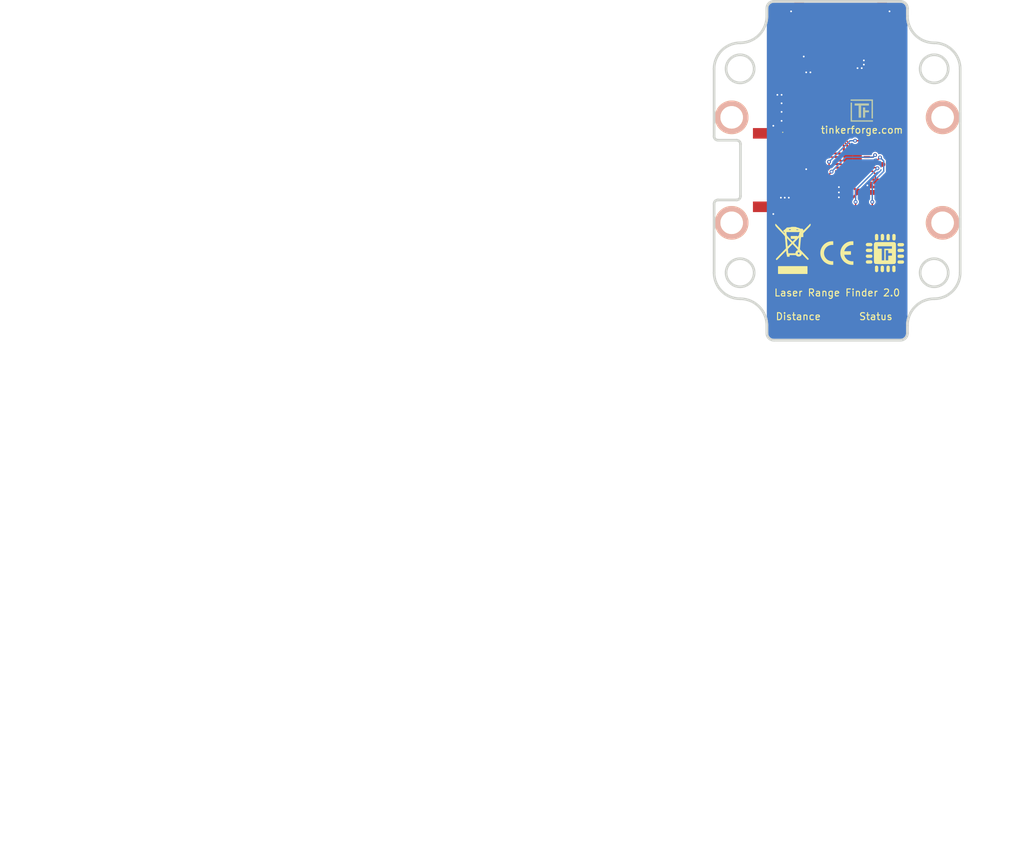
<source format=kicad_pcb>
(kicad_pcb (version 20221018) (generator pcbnew)
  (title_block (title "Laser Range Finder Bricklet") (date "2023-01-27") (rev "2.0") (company "Tinkerforge GmbH") (comment 1 "Licensed under CERN OHL v.1.1") (comment 2 "Copyright (©) 2023, T.Schneidermann <tim@tinkerforge.com>"))
  (layers (0 "F.Cu" jumper "Vorderseite") (31 "B.Cu" signal "Rückseite") (34 "B.Paste" user) (35 "F.Paste" user) (36 "B.SilkS" user "B.Silkscreen") (37 "F.SilkS" user "F.Silkscreen") (38 "B.Mask" user) (39 "F.Mask" user) (44 "Edge.Cuts" user))
  (net 0 "")
  (net 1 "GND")
  (net 2 "+5V")
  (net 3 "SCL")
  (net 4 "SDA")
  (net 5 "Net-(P1-Pad6)")
  (net 6 "ENABLE")
  (net 7 "Net-(C1-Pad1)")
  (net 8 "3V3")
  (net 9 "Net-(C6-Pad1)")
  (net 10 "Net-(P1-Pad4)")
  (net 11 "Net-(P1-Pad5)")
  (net 12 "Net-(P2-Pad1)")
  (net 13 "Net-(P3-Pad2)")
  (net 14 "S-MISO")
  (net 15 "S-MOSI")
  (net 16 "S-CLK")
  (net 17 "S-CS")
  (net 18 "Net-(RP2-Pad5)")
  (net 19 "Net-(RP2-Pad8)")
  (net 20 "Net-(D1-Pad2)")
  (net 21 "Net-(D2-Pad2)")
  (footprint "C0402E" (layer "F.Cu") (at 126.7 86 180)
    (fp_text reference "C1")
    (fp_text value "220pF")
    (pad "1" smd rect (at -0.65 0 180) (size 0.7 0.9) (layers "F.Cu" "F.Paste" "F.Mask") (net 7 "Net-(C1-Pad1)"))
    (pad "2" smd rect (at 0.65 0 180) (size 0.7 0.9) (layers "F.Cu" "F.Paste" "F.Mask") (net 1 "GND"))
  )
  (footprint "C0603F" (layer "F.Cu") (at 133 104.5 180)
    (fp_text reference "C4")
    (fp_text value "100nF")
    (pad "1" smd rect (at -0.75 0 180) (size 0.9 0.9) (layers "F.Cu" "F.Paste" "F.Mask") (net 8 "3V3"))
    (pad "2" smd rect (at 0.75 0 180) (size 0.9 0.9) (layers "F.Cu" "F.Paste" "F.Mask") (net 1 "GND"))
  )
  (footprint "C0603E" (layer "F.Cu") (at 122.6 89.1 -90)
    (fp_text reference "C5")
    (fp_text value "1µF")
    (pad "1" smd rect (at -0.8501 0 270) (size 1.1 1) (layers "F.Cu" "F.Paste" "F.Mask") (net 2 "+5V"))
    (pad "2" smd rect (at 0.8501 0 270) (size 1.1 1) (layers "F.Cu" "F.Paste" "F.Mask") (net 1 "GND"))
  )
  (footprint "C0603E" (layer "F.Cu") (at 126.7 89.1 90)
    (fp_text reference "C6")
    (fp_text value "1µF")
    (pad "1" smd rect (at -0.8501 0 90) (size 1.1 1) (layers "F.Cu" "F.Paste" "F.Mask") (net 9 "Net-(C6-Pad1)"))
    (pad "2" smd rect (at 0.8501 0 90) (size 1.1 1) (layers "F.Cu" "F.Paste" "F.Mask") (net 1 "GND"))
  )
  (footprint "kicad-libraries:3528-21" (layer "F.Cu") (at 125.3 93.1 180)
    (fp_text reference "C7")
    (fp_text value "100µF")
    (pad "1" smd rect (at -1.40048 0 180) (size 1.59954 2.79908) (layers "F.Cu" "F.Paste" "F.Mask") (net 9 "Net-(C6-Pad1)") (clearance 0.14986))
    (pad "2" smd rect (at 1.40048 0 180) (size 1.59954 2.79908) (layers "F.Cu" "F.Paste" "F.Mask") (net 1 "GND") (clearance 0.14986))
  )
  (footprint "D0603F" (layer "F.Cu") (at 136.3 123.8 180)
    (fp_text reference "D1")
    (fp_text value "BLUE")
    (pad "1" smd rect (at -0.75 0 180) (size 0.9 0.9) (layers "F.Cu" "F.Paste" "F.Mask") (net 8 "3V3"))
    (pad "2" smd rect (at 0.75 0 180) (size 0.9 0.9) (layers "F.Cu" "F.Paste" "F.Mask") (net 20 "Net-(D1-Pad2)"))
  )
  (footprint "CON-SENSOR2" (layer "F.Cu") (at 131.3 77.6 180)
    (fp_text reference "P1")
    (fp_text value "CON-SENSOR2")
    (pad "1" smd rect (at -3.75 -4.6 180) (size 0.6 1.8) (layers "F.Cu" "F.Paste" "F.Mask") (net 2 "+5V"))
    (pad "2" smd rect (at -2.5 -4.6 180) (size 0.6 1.8) (layers "F.Cu" "F.Paste" "F.Mask") (net 1 "GND"))
    (pad "3" smd rect (at -1.25 -4.6 180) (size 0.6 1.8) (layers "F.Cu" "F.Paste" "F.Mask") (net 8 "3V3"))
    (pad "4" smd rect (at 0 -4.6 180) (size 0.6 1.8) (layers "F.Cu" "F.Paste" "F.Mask") (net 10 "Net-(P1-Pad4)"))
    (pad "5" smd rect (at 1.25 -4.6 180) (size 0.6 1.8) (layers "F.Cu" "F.Paste" "F.Mask") (net 11 "Net-(P1-Pad5)"))
    (pad "6" smd rect (at 2.5 -4.6 180) (size 0.6 1.8) (layers "F.Cu" "F.Paste" "F.Mask") (net 5 "Net-(P1-Pad6)"))
    (pad "7" smd rect (at 3.75 -4.6 180) (size 0.6 1.8) (layers "F.Cu" "F.Paste" "F.Mask") (net 7 "Net-(C1-Pad1)"))
    (pad "EP" smd rect (at -5.9 -1.2 180) (size 1.4 2.4) (layers "F.Cu" "F.Paste" "F.Mask") (net 1 "GND"))
    (pad "EP" smd rect (at 5.9 -1.2 180) (size 1.4 2.4) (layers "F.Cu" "F.Paste" "F.Mask") (net 1 "GND"))
  )
  (footprint "DEBUG_PAD" (layer "F.Cu") (at 137.3 100.6 -90)
    (fp_text reference "P2")
    (fp_text value "DEBUG")
    (pad "1" smd circle (at 0 0 270) (size 0.7 0.7) (layers "F.Cu" "F.Paste" "F.Mask") (net 12 "Net-(P2-Pad1)"))
  )
  (footprint "SolderJumper" (layer "F.Cu") (at 136.2 103.3 90)
    (fp_text reference "P3")
    (fp_text value "BOOT")
    (pad "1" smd rect (at -0.5 0 90) (size 0.4 1.4) (layers "F.Cu" "F.Mask") (net 1 "GND"))
    (pad "1" smd rect (at -0.225 -0.55 90) (size 0.95 0.3) (layers "F.Cu" "F.Mask") (net 1 "GND"))
    (pad "1" smd rect (at -0.225 0.55 90) (size 0.95 0.3) (layers "F.Cu" "F.Mask") (net 1 "GND"))
    (pad "2" smd rect (at 0.15 0 90) (size 0.6 0.5) (layers "F.Cu" "F.Mask") (net 13 "Net-(P3-Pad2)"))
    (pad "2" smd rect (at 0.55 0 90) (size 0.3 1.4) (layers "F.Cu" "F.Mask") (net 13 "Net-(P3-Pad2)"))
  )
  (footprint "JST_GHR_6" (layer "F.Cu") (at 121.1 101.4 -90)
    (fp_text reference "P4")
    (fp_text value "JST_GHR_6")
    (pad "1" smd rect (at -3.125 -2.35 270) (size 0.6 1.85) (layers "F.Cu" "F.Paste" "F.Mask") (net 9 "Net-(C6-Pad1)"))
    (pad "2" smd rect (at -1.875 -2.35 270) (size 0.6 1.85) (layers "F.Cu" "F.Paste" "F.Mask") (net 6 "ENABLE"))
    (pad "3" smd rect (at -0.625 -2.35 270) (size 0.6 1.85) (layers "F.Cu" "F.Paste" "F.Mask"))
    (pad "4" smd rect (at 0.625 -2.35 270) (size 0.6 1.85) (layers "F.Cu" "F.Paste" "F.Mask") (net 3 "SCL"))
    (pad "5" smd rect (at 1.875 -2.35 270) (size 0.6 1.85) (layers "F.Cu" "F.Paste" "F.Mask") (net 4 "SDA"))
    (pad "6" smd rect (at 3.125 -2.35 270) (size 0.6 1.85) (layers "F.Cu" "F.Paste" "F.Mask") (net 1 "GND"))
    (pad "EP" smd rect (at -5.225 0.925 270) (size 1.5 2.7) (layers "F.Cu" "F.Paste" "F.Mask") (net 1 "GND"))
    (pad "EP" smd rect (at 5.225 0.925 270) (size 1.5 2.7) (layers "F.Cu" "F.Paste" "F.Mask") (net 1 "GND"))
  )
  (footprint "4X0603" (layer "F.Cu") (at 134.6 108.2 180)
    (fp_text reference "RP2")
    (fp_text value "1k")
    (pad "1" smd rect (at -1.19888 -0.8509 180) (size 0.44958 0.89916) (layers "F.Cu" "F.Paste" "F.Mask") (net 20 "Net-(D1-Pad2)"))
    (pad "2" smd rect (at -0.39878 -0.8509 180) (size 0.44958 0.89916) (layers "F.Cu" "F.Paste" "F.Mask"))
    (pad "3" smd rect (at 0.39878 -0.8509 180) (size 0.44958 0.89916) (layers "F.Cu" "F.Paste" "F.Mask"))
    (pad "4" smd rect (at 1.19888 -0.8509 180) (size 0.44958 0.89916) (layers "F.Cu" "F.Paste" "F.Mask") (net 21 "Net-(D2-Pad2)"))
    (pad "5" smd rect (at 1.19888 0.8509 180) (size 0.44958 0.89916) (layers "F.Cu" "F.Paste" "F.Mask") (net 18 "Net-(RP2-Pad5)"))
    (pad "6" smd rect (at 0.39878 0.8509 180) (size 0.44958 0.89916) (layers "F.Cu" "F.Paste" "F.Mask"))
    (pad "7" smd rect (at -0.39878 0.8509 180) (size 0.44958 0.89916) (layers "F.Cu" "F.Paste" "F.Mask"))
    (pad "8" smd rect (at -1.19888 0.8509 180) (size 0.44958 0.89916) (layers "F.Cu" "F.Paste" "F.Mask") (net 19 "Net-(RP2-Pad8)"))
  )
  (footprint "QFN24-4x4mm-0.5mm" (layer "F.Cu") (at 133 100.3)
    (fp_text reference "U1")
    (fp_text value "XMC1100")
    (pad "1" smd oval (at -2.025 -1.25) (size 1 0.3) (layers "F.Cu" "F.Paste" "F.Mask") (net 14 "S-MISO"))
    (pad "2" smd oval (at -2.025 -0.75) (size 1 0.3) (layers "F.Cu" "F.Paste" "F.Mask") (net 6 "ENABLE"))
    (pad "3" smd oval (at -2.025 -0.25) (size 1 0.3) (layers "F.Cu" "F.Paste" "F.Mask"))
    (pad "4" smd oval (at -2.025 0.25) (size 1 0.3) (layers "F.Cu" "F.Paste" "F.Mask"))
    (pad "5" smd oval (at -2.025 0.75) (size 1 0.3) (layers "F.Cu" "F.Paste" "F.Mask"))
    (pad "6" smd oval (at -2.025 1.25) (size 1 0.3) (layers "F.Cu" "F.Paste" "F.Mask"))
    (pad "7" smd oval (at -1.25 2.025 90) (size 1 0.3) (layers "F.Cu" "F.Paste" "F.Mask"))
    (pad "8" smd oval (at -0.75 2.025 90) (size 1 0.3) (layers "F.Cu" "F.Paste" "F.Mask"))
    (pad "9" smd oval (at -0.25 2.025 90) (size 1 0.3) (layers "F.Cu" "F.Paste" "F.Mask") (net 1 "GND"))
    (pad "10" smd oval (at 0.25 2.025 90) (size 1 0.3) (layers "F.Cu" "F.Paste" "F.Mask") (net 8 "3V3"))
    (pad "11" smd oval (at 0.75 2.025 90) (size 1 0.3) (layers "F.Cu" "F.Paste" "F.Mask"))
    (pad "12" smd oval (at 1.25 2.025 90) (size 1 0.3) (layers "F.Cu" "F.Paste" "F.Mask"))
    (pad "13" smd oval (at 2.025 1.25) (size 1 0.3) (layers "F.Cu" "F.Paste" "F.Mask") (net 13 "Net-(P3-Pad2)"))
    (pad "14" smd oval (at 2.025 0.75) (size 1 0.3) (layers "F.Cu" "F.Paste" "F.Mask") (net 18 "Net-(RP2-Pad5)"))
    (pad "15" smd oval (at 2.025 0.25) (size 1 0.3) (layers "F.Cu" "F.Paste" "F.Mask") (net 12 "Net-(P2-Pad1)"))
    (pad "16" smd oval (at 2.025 -0.25) (size 1 0.3) (layers "F.Cu" "F.Paste" "F.Mask") (net 19 "Net-(RP2-Pad8)"))
    (pad "17" smd oval (at 2.025 -0.75) (size 1 0.3) (layers "F.Cu" "F.Paste" "F.Mask") (net 4 "SDA"))
    (pad "18" smd oval (at 2.025 -1.25) (size 1 0.3) (layers "F.Cu" "F.Paste" "F.Mask"))
    (pad "19" smd oval (at 1.25 -2.025 90) (size 1 0.3) (layers "F.Cu" "F.Paste" "F.Mask") (net 3 "SCL"))
    (pad "20" smd oval (at 0.75 -2.025 90) (size 1 0.3) (layers "F.Cu" "F.Paste" "F.Mask"))
    (pad "21" smd oval (at 0.25 -2.025 90) (size 1 0.3) (layers "F.Cu" "F.Paste" "F.Mask"))
    (pad "22" smd oval (at -0.25 -2.025 90) (size 1 0.3) (layers "F.Cu" "F.Paste" "F.Mask") (net 17 "S-CS"))
    (pad "23" smd oval (at -0.75 -2.025 90) (size 1 0.3) (layers "F.Cu" "F.Paste" "F.Mask") (net 16 "S-CLK"))
    (pad "24" smd oval (at -1.25 -2.025 90) (size 1 0.3) (layers "F.Cu" "F.Paste" "F.Mask") (net 15 "S-MOSI"))
    (pad "EXP" smd rect (at -0.65 -0.65) (size 1.3 1.3) (layers "F.Cu" "F.Paste" "F.Mask") (net 1 "GND"))
    (pad "EXP" smd rect (at -0.65 0.65) (size 1.3 1.3) (layers "F.Cu" "F.Paste" "F.Mask") (net 1 "GND"))
    (pad "EXP" smd rect (at 0.65 -0.65) (size 1.3 1.3) (layers "F.Cu" "F.Paste" "F.Mask") (net 1 "GND"))
    (pad "EXP" smd rect (at 0.65 0.65) (size 1.3 1.3) (layers "F.Cu" "F.Paste" "F.Mask") (net 1 "GND"))
  )
  (footprint "D0603F" (layer "F.Cu") (at 125.3 123.8 180)
    (fp_text reference "D2")
    (fp_text value "GREEN")
    (pad "1" smd rect (at -0.75 0 180) (size 0.9 0.9) (layers "F.Cu" "F.Paste" "F.Mask") (net 8 "3V3"))
    (pad "2" smd rect (at 0.75 0 180) (size 0.9 0.9) (layers "F.Cu" "F.Paste" "F.Mask") (net 21 "Net-(D2-Pad2)"))
  )
  (footprint "4X0603" (layer "F.Cu") (at 128.1 105.2 90)
    (fp_text reference "RP3")
    (fp_text value "1k")
    (pad "1" smd rect (at -1.19888 -0.8509 90) (size 0.44958 0.89916) (layers "F.Cu" "F.Paste" "F.Mask") (net 4 "SDA"))
    (pad "2" smd rect (at -0.39878 -0.8509 90) (size 0.44958 0.89916) (layers "F.Cu" "F.Paste" "F.Mask"))
    (pad "3" smd rect (at 0.39878 -0.8509 90) (size 0.44958 0.89916) (layers "F.Cu" "F.Paste" "F.Mask"))
    (pad "4" smd rect (at 1.19888 -0.8509 90) (size 0.44958 0.89916) (layers "F.Cu" "F.Paste" "F.Mask") (net 3 "SCL"))
    (pad "5" smd rect (at 1.19888 0.8509 90) (size 0.44958 0.89916) (layers "F.Cu" "F.Paste" "F.Mask") (net 8 "3V3"))
    (pad "6" smd rect (at 0.39878 0.8509 90) (size 0.44958 0.89916) (layers "F.Cu" "F.Paste" "F.Mask"))
    (pad "7" smd rect (at -0.39878 0.8509 90) (size 0.44958 0.89916) (layers "F.Cu" "F.Paste" "F.Mask"))
    (pad "8" smd rect (at -1.19888 0.8509 90) (size 0.44958 0.89916) (layers "F.Cu" "F.Paste" "F.Mask") (net 8 "3V3"))
  )
  (footprint "R0603E" (layer "F.Cu") (at 127.7 100.4 -90)
    (fp_text reference "R1")
    (fp_text value "1k")
    (pad "1" smd rect (at -0.8501 0 270) (size 1.1 1) (layers "F.Cu" "F.Paste" "F.Mask") (net 6 "ENABLE"))
    (pad "2" smd rect (at 0.8501 0 270) (size 1.1 1) (layers "F.Cu" "F.Paste" "F.Mask") (net 1 "GND"))
  )
  (footprint "kicad-libraries:DRILL_NP" (layer "F.Cu") (at 115.8 93.9 -90)
    (fp_text reference "U2" hide)
    (fp_text value "DRILL" hide)
    (pad "" np_thru_hole circle (at 0 0 270) (size 3.2 3.2) (drill 3.2) (layers "F&B.Cu" "*.Mask") (clearance 0.89))
  )
  (footprint "kicad-libraries:DRILL_NP" (layer "F.Cu") (at 115.8 108.9 -90)
    (fp_text reference "U3" hide)
    (fp_text value "DRILL" hide)
    (pad "" np_thru_hole circle (at 0 0 270) (size 3.2 3.2) (drill 3.2) (layers "F&B.Cu" "*.Mask") (clearance 0.89))
  )
  (footprint "kicad-libraries:DRILL_NP" (layer "F.Cu") (at 145.8 93.9 -90)
    (fp_text reference "U4" hide)
    (fp_text value "DRILL" hide)
    (pad "" np_thru_hole circle (at 0 0 270) (size 3.2 3.2) (drill 3.2) (layers "F&B.Cu" "*.Mask") (clearance 0.89))
  )
  (footprint "kicad-libraries:DRILL_NP" (layer "F.Cu") (at 145.8 108.9 -90)
    (fp_text reference "U5" hide)
    (fp_text value "DRILL" hide)
    (pad "" np_thru_hole circle (at 0 0 270) (size 3.2 3.2) (drill 3.2) (layers "F&B.Cu" "*.Mask") (clearance 0.89))
  )
  (footprint "kicad-libraries:WEEE_7mm" (layer "F.Cu") (at 124.5 112.6)
    (fp_text reference "VAL" hide)
    (fp_text value "WEEE_7mm" hide)
  )
  (footprint "kicad-libraries:Logo_CoMCU" (layer "F.Cu") (at 137.6 113.2)
    (fp_text reference "G***" hide)
    (fp_text value "LOGO" hide)
  )
  (footprint "kicad-libraries:Logo_31x31" (layer "F.Cu") (at 132.725 91.35)
    (fp_text reference "G***" hide)
    (fp_text value "Logo_31x31" hide)
  )
  (footprint "kicad-libraries:CE_5mm" (layer "F.Cu") (at 130.8 113.2)
    (fp_text reference "VAL" hide)
    (fp_text value "CE_5mm" hide)
  )
  (footprint "C0805E" (layer "F.Cu") (at 133.2 84.5)
    (fp_text reference "C2")
    (fp_text value "10uF")
    (pad "1" smd rect (at -0.95 0) (size 1.3 1.5) (layers "F.Cu" "F.Paste" "F.Mask") (net 8 "3V3") (clearance 0.14986))
    (pad "2" smd rect (at 0.95 0) (size 1.3 1.5) (layers "F.Cu" "F.Paste" "F.Mask") (net 1 "GND") (clearance 0.14986))
  )
  (footprint "C0603F" (layer "F.Cu") (at 133.1 86.1)
    (fp_text reference "C3")
    (fp_text value "1uF")
    (pad "1" smd rect (at -0.75 0) (size 0.9 0.9) (layers "F.Cu" "F.Paste" "F.Mask") (net 8 "3V3"))
    (pad "2" smd rect (at 0.75 0) (size 0.9 0.9) (layers "F.Cu" "F.Paste" "F.Mask") (net 1 "GND"))
  )
  (footprint "R0603E" (layer "F.Cu") (at 124.5 89.1 -90)
    (fp_text reference "L1")
    (fp_text value "FB-2")
    (pad "1" smd rect (at -0.8501 0 270) (size 1.1 1) (layers "F.Cu" "F.Paste" "F.Mask") (net 2 "+5V"))
    (pad "2" smd rect (at 0.8501 0 270) (size 1.1 1) (layers "F.Cu" "F.Paste" "F.Mask") (net 9 "Net-(C6-Pad1)"))
  )
  (footprint "4X0402" (layer "F.Cu") (at 129.5 86.4 180)
    (fp_text reference "RP1")
    (fp_text value "82")
    (pad "1" smd rect (at -0.7493 0.575) (size 0.29972 0.65) (layers "F.Cu" "F.Paste" "F.Mask") (net 10 "Net-(P1-Pad4)"))
    (pad "2" smd rect (at -0.24892 0.575) (size 0.29972 0.65) (layers "F.Cu" "F.Paste" "F.Mask") (net 11 "Net-(P1-Pad5)"))
    (pad "3" smd rect (at 0.24892 0.575) (size 0.29972 0.65) (layers "F.Cu" "F.Paste" "F.Mask") (net 5 "Net-(P1-Pad6)"))
    (pad "4" smd rect (at 0.7493 0.575) (size 0.29972 0.65) (layers "F.Cu" "F.Paste" "F.Mask") (net 7 "Net-(C1-Pad1)"))
    (pad "5" smd rect (at 0.7493 -0.575 180) (size 0.29972 0.65) (layers "F.Cu" "F.Paste" "F.Mask") (net 14 "S-MISO"))
    (pad "6" smd rect (at 0.24892 -0.575 180) (size 0.29972 0.65) (layers "F.Cu" "F.Paste" "F.Mask") (net 15 "S-MOSI"))
    (pad "7" smd rect (at -0.24892 -0.575 180) (size 0.29972 0.65) (layers "F.Cu" "F.Paste" "F.Mask") (net 16 "S-CLK"))
    (pad "8" smd rect (at -0.7493 -0.575 180) (size 0.29972 0.65) (layers "F.Cu" "F.Paste" "F.Mask") (net 17 "S-CS"))
  )
  (footprint "kicad-libraries:Fiducial_Mark" (layer "F.Cu") (at 138.8 85.4 -90)
    (fp_text reference "Fiducial_Mark" hide)
    (fp_text value "VAL**" hide)
    (pad "1" smd circle (at 0 0 270) (size 1.00076 1.00076) (layers "F.Cu" "F.Paste" "F.Mask") (clearance 0.65024))
  )
  (footprint "kicad-libraries:Fiducial_Mark" (layer "F.Cu") (at 130.8 121.6 -90)
    (fp_text reference "Fiducial_Mark" hide)
    (fp_text value "VAL**" hide)
    (pad "1" smd circle (at 0 0 270) (size 1.00076 1.00076) (layers "F.Cu" "F.Paste" "F.Mask") (clearance 0.65024))
  )
  (footprint "kicad-libraries:Fiducial_Mark" (layer "F.Cu") (at 122.8 81.4 -90)
    (fp_text reference "Fiducial_Mark" hide)
    (fp_text value "VAL**" hide)
    (pad "1" smd circle (at 0 0 270) (size 1.00076 1.00076) (layers "F.Cu" "F.Paste" "F.Mask") (clearance 0.65024))
  )
  (footprint "kicad-libraries:Lidar_Light" (layer "B.Cu") (at 130.8 101.4 90)
    (fp_text reference "REF**")
    (fp_text value "Lidar_Light")
  )
  (gr_arc (start 148.3 116) (mid 147.216295 118.616295) (end 144.6 119.7) (stroke (width 0.381)) (layer "Edge.Cuts"))
  (gr_line (start 120.8 124.6) (end 120.8 123.5) (stroke (width 0.381)) (layer "Edge.Cuts"))
  (gr_circle (center 117 87) (end 117 85) (stroke (width 0.381)) (fill none) (layer "Edge.Cuts"))
  (gr_line (start 139.8 125.6) (end 121.8 125.6) (stroke (width 0.381)) (layer "Edge.Cuts"))
  (gr_arc (start 117.05 105.1) (mid 116.888909 105.488909) (end 116.5 105.65) (stroke (width 0.381)) (layer "Edge.Cuts"))
  (gr_line (start 148.3 87) (end 148.3 116) (stroke (width 0.381)) (layer "Edge.Cuts"))
  (gr_arc (start 117 119.7) (mid 119.687006 120.812994) (end 120.8 123.5) (stroke (width 0.381)) (layer "Edge.Cuts"))
  (gr_arc (start 140.8 123.5) (mid 141.912994 120.812994) (end 144.6 119.7) (stroke (width 0.381)) (layer "Edge.Cuts"))
  (gr_arc (start 144.6 83.3) (mid 147.216295 84.383705) (end 148.3 87) (stroke (width 0.381)) (layer "Edge.Cuts"))
  (gr_circle (center 144.6 116) (end 144.6 118) (stroke (width 0.381)) (fill none) (layer "Edge.Cuts"))
  (gr_arc (start 140.8 124.6) (mid 140.507107 125.307107) (end 139.8 125.6) (stroke (width 0.381)) (layer "Edge.Cuts"))
  (gr_arc (start 113.85 97.15) (mid 113.461091 96.988909) (end 113.3 96.6) (stroke (width 0.381)) (layer "Edge.Cuts"))
  (gr_arc (start 113.3 87) (mid 114.383705 84.383705) (end 117 83.3) (stroke (width 0.381)) (layer "Edge.Cuts"))
  (gr_arc (start 120.8 79.5) (mid 119.687006 82.187006) (end 117 83.3) (stroke (width 0.381)) (layer "Edge.Cuts"))
  (gr_line (start 121.8 77.4) (end 139.8 77.4) (stroke (width 0.381)) (layer "Edge.Cuts"))
  (gr_line (start 140.8 79.5) (end 140.8 78.4) (stroke (width 0.381)) (layer "Edge.Cuts"))
  (gr_circle (center 117 116) (end 117 118) (stroke (width 0.381)) (fill none) (layer "Edge.Cuts"))
  (gr_arc (start 121.8 125.6) (mid 121.092893 125.307107) (end 120.8 124.6) (stroke (width 0.381)) (layer "Edge.Cuts"))
  (gr_line (start 113.3 106.2) (end 113.3 116) (stroke (width 0.381)) (layer "Edge.Cuts"))
  (gr_arc (start 144.6 83.3) (mid 141.912994 82.187006) (end 140.8 79.5) (stroke (width 0.381)) (layer "Edge.Cuts"))
  (gr_arc (start 116.5 97.15) (mid 116.888909 97.311091) (end 117.05 97.7) (stroke (width 0.381)) (layer "Edge.Cuts"))
  (gr_line (start 116.5 97.15) (end 113.85 97.15) (stroke (width 0.381)) (layer "Edge.Cuts"))
  (gr_line (start 120.8 79.5) (end 120.8 78.4) (stroke (width 0.381)) (layer "Edge.Cuts"))
  (gr_line (start 117.05 97.7) (end 117.05 105.1) (stroke (width 0.381)) (layer "Edge.Cuts"))
  (gr_line (start 113.3 87) (end 113.3 96.6) (stroke (width 0.381)) (layer "Edge.Cuts"))
  (gr_arc (start 139.8 77.4) (mid 140.507107 77.692893) (end 140.8 78.4) (stroke (width 0.381)) (layer "Edge.Cuts"))
  (gr_circle (center 144.6 87) (end 144.6 89) (stroke (width 0.381)) (fill none) (layer "Edge.Cuts"))
  (gr_arc (start 120.8 78.4) (mid 121.092893 77.692893) (end 121.8 77.4) (stroke (width 0.381)) (layer "Edge.Cuts"))
  (gr_line (start 140.8 124.6) (end 140.8 123.5) (stroke (width 0.381)) (layer "Edge.Cuts"))
  (gr_arc (start 113.3 106.2) (mid 113.461091 105.811091) (end 113.85 105.65) (stroke (width 0.381)) (layer "Edge.Cuts"))
  (gr_line (start 113.85 105.65) (end 116.5 105.65) (stroke (width 0.381)) (layer "Edge.Cuts"))
  (gr_arc (start 117 119.7) (mid 114.383705 118.616295) (end 113.3 116) (stroke (width 0.381)) (layer "Edge.Cuts"))
  (gr_text "Status" (at 136.3 122.225) (layer "F.SilkS") (effects (font (size 1 1))))
  (gr_text "Distance" (at 125.275 122.225) (layer "F.SilkS") (effects (font (size 1 1))))
  (gr_text "tinkerforge.com" (at 134.325 95.7) (layer "F.SilkS") (effects (font (size 1 1))))
  (gr_text "Laser Range Finder 2.0" (at 130.8 118.85) (layer "F.SilkS") (effects (font (size 1 1))))
  (segment (start 126.4001 101.2751) (end 126.4 101.275) (width 0.7) (layer "F.Cu") (net 1))
  (segment (start 132.75 101.375) (end 132.35 100.975) (width 0.2) (layer "F.Cu") (net 1))
  (segment (start 131.8 104.575) (end 131.05 103.825) (width 0.7) (layer "F.Cu") (net 1))
  (segment (start 131.15 105.275) (end 131.85 104.575) (width 0.7) (layer "F.Cu") (net 1))
  (segment (start 131.85 104.575) (end 131.8 104.575) (width 0.7) (layer "F.Cu") (net 1))
  (segment (start 123.35 104.75) (end 123.925 105.325) (width 0.5) (layer "F.Cu") (net 1))
  (segment (start 123.35 104.775) (end 123.35 104.5) (width 0.5) (layer "F.Cu") (net 1))
  (segment (start 133.65 100.975) (end 132.35 100.975) (width 0.2) (layer "F.Cu") (net 1))
  (segment (start 132.35 100.975) (end 132.35 99.675) (width 0.2) (layer "F.Cu") (net 1))
  (segment (start 132.35 99.675) (end 133.65 99.675) (width 0.2) (layer "F.Cu") (net 1))
  (segment (start 136.8 103.825) (end 136.775 103.85) (width 0.2) (layer "F.Cu") (net 1))
  (segment (start 132.75 104.125) (end 132.3 104.575) (width 0.3) (layer "F.Cu") (net 1))
  (segment (start 132.75 101.375) (end 132.35 100.975) (width 0.3) (layer "F.Cu") (net 1))
  (segment (start 134.305 86.095) (end 134.6 85.8) (width 0.5) (layer "F.Cu") (net 1))
  (segment (start 134.295 86.095) (end 134.6 86.4) (width 0.5) (layer "F.Cu") (net 1))
  (segment (start 133.85 86.45) (end 134.3 86.9) (width 0.5) (layer "F.Cu") (net 1))
  (segment (start 133.85 86.75) (end 133.7 86.9) (width 0.5) (layer "F.Cu") (net 1))
  (segment (start 124.25 78.825) (end 125.32 78.825) (width 0.7) (layer "F.Cu") (net 1))
  (segment (start 126.05 85.25) (end 126.05 86) (width 0.7) (layer "F.Cu") (net 1))
  (segment (start 123.35 104.5) (end 123.2 104.5) (width 0.5) (layer "F.Cu") (net 1))
  (segment (start 125.32 78.825) (end 125.35 78.795) (width 0.7) (layer "F.Cu") (net 1))
  (segment (start 131.05 105.275) (end 131.15 105.275) (width 0.7) (layer "F.Cu") (net 1))
  (segment (start 133.85 86.095) (end 134.305 86.095) (width 0.5) (layer "F.Cu") (net 1))
  (segment (start 122.9 94.4) (end 122.9 91.9) (width 0.7) (layer "F.Cu") (net 1))
  (segment (start 120.075 96.15) (end 120.675 96.15) (width 0.7) (layer "F.Cu") (net 1))
  (segment (start 135.15 103.525) (end 135.1 103.575) (width 0.29972) (layer "F.Cu") (net 1))
  (segment (start 133.85 85.725) (end 133.85 86.095) (width 0.2) (layer "F.Cu") (net 1))
  (segment (start 137.26 78.825) (end 138.25 78.825) (width 0.5) (layer "F.Cu") (net 1))
  (segment (start 120.075 106.6) (end 120.675 106.6) (width 0.7) (layer "F.Cu") (net 1))
  (segment (start 125.24 78.825) (end 124.25 78.825) (width 0.5) (layer "F.Cu") (net 1))
  (segment (start 138.25 78.825) (end 137.18 78.825) (width 0.7) (layer "F.Cu") (net 1))
  (segment (start 132.75 102.35) (end 132.75 104.125) (width 0.3) (layer "F.Cu") (net 1))
  (segment (start 123.84952 92.84952) (end 123.84952 93.125) (width 0.29972) (layer "F.Cu") (net 1))
  (segment (start 120.675 106.6) (end 121.725 107.65) (width 0.7) (layer "F.Cu") (net 1))
  (segment (start 126.4 87.5) (end 127 87.5) (width 0.7) (layer "F.Cu") (net 1))
  (segment (start 123.35 104.5) (end 123.35 104.75) (width 0.5) (layer "F.Cu") (net 1))
  (segment (start 123.925 105.325) (end 123.925 105) (width 0.7) (layer "F.Cu") (net 1))
  (segment (start 133.85 86.095) (end 133.85 86.75) (width 0.5) (layer "F.Cu") (net 1))
  (segment (start 133.85 86.095) (end 133.85 86.45) (width 0.5) (layer "F.Cu") (net 1))
  (segment (start 123.35 104.775) (end 122.8 105.325) (width 0.5) (layer "F.Cu") (net 1))
  (segment (start 122.9 94.4) (end 123.84952 93.45048) (width 0.29972) (layer "F.Cu") (net 1))
  (segment (start 120.675 96.15) (end 121.725 95.1) (width 0.7) (layer "F.Cu") (net 1))
  (segment (start 132.3 104.575) (end 131.85 104.575) (width 0.7) (layer "F.Cu") (net 1))
  (segment (start 122.9 91.9) (end 123.84952 92.84952) (width 0.29972) (layer "F.Cu") (net 1))
  (segment (start 125.32 78.745) (end 125.24 78.825) (width 0.5) (layer "F.Cu") (net 1))
  (segment (start 127.8 101.2751) (end 126.4001 101.2751) (width 0.7) (layer "F.Cu") (net 1))
  (segment (start 133.8 81.825) (end 133.8 85.675) (width 0.7) (layer "F.Cu") (net 1))
  (segment (start 122.3 90.7) (end 122.9 90.7) (width 0.7) (layer "F.Cu") (net 1))
  (segment (start 133.65 99.675) (end 133.65 100.975) (width 0.2) (layer "F.Cu") (net 1))
  (segment (start 120.075 96.15) (end 120.875 96.15) (width 0.3) (layer "F.Cu") (net 1))
  (segment (start 126.4 87.5) (end 126.7 87.8) (width 0.29972) (layer "F.Cu") (net 1))
  (segment (start 132.3 104.575) (end 131.8 104.575) (width 0.7) (layer "F.Cu") (net 1))
  (segment (start 132.75 102.35) (end 132.75 101.375) (width 0.3) (layer "F.Cu") (net 1))
  (segment (start 122.8 104.9) (end 122.8 105.175) (width 0.7) (layer "F.Cu") (net 1))
  (segment (start 123.925 105.325) (end 122.8 105.325) (width 0.7) (layer "F.Cu") (net 1))
  (segment (start 127 87.5) (end 126.7 87.8) (width 0.29972) (layer "F.Cu") (net 1))
  (segment (start 135.65 103.525) (end 135.15 103.525) (width 0.29972) (layer "F.Cu") (net 1))
  (segment (start 123.35 104.5) (end 123.35 105.325) (width 0.5) (layer "F.Cu") (net 1))
  (segment (start 123.84952 93.125) (end 122.8 93.125) (width 0.29972) (layer "F.Cu") (net 1))
  (segment (start 132.3 104.575) (end 131.05 104.575) (width 0.7) (layer "F.Cu") (net 1))
  (segment (start 123.84952 93.45048) (end 123.84952 93.125) (width 0.29972) (layer "F.Cu") (net 1))
  (segment (start 133.85 86.095) (end 134.295 86.095) (width 0.5) (layer "F.Cu") (net 1))
  (via (at 121.725 95.1) (size 0.55) (drill 0.25) (layers "F.Cu" "B.Cu") (net 1))
  (via (at 134.6 85.8) (size 0.55) (drill 0.25) (layers "F.Cu" "B.Cu") (net 1))
  (via (at 126.4 87.5) (size 0.55) (drill 0.25) (layers "F.Cu" "B.Cu") (net 1))
  (via (at 126.05 85.25) (size 0.55) (drill 0.25) (layers "F.Cu" "B.Cu") (net 1))
  (via (at 134.6 86.4) (size 0.55) (drill 0.25) (layers "F.Cu" "B.Cu") (net 1))
  (via (at 122.9 93.125) (size 0.55) (drill 0.25) (layers "F.Cu" "B.Cu") (net 1))
  (via (at 122.3 90.7) (size 0.55) (drill 0.25) (layers "F.Cu" "B.Cu") (net 1))
  (via (at 122.8 105.325) (size 0.55) (drill 0.25) (layers "F.Cu" "B.Cu") (net 1))
  (via (at 123.35 105.325) (size 0.55) (drill 0.25) (layers "F.Cu" "B.Cu") (net 1))
  (via (at 122.9 91.9) (size 0.55) (drill 0.25) (layers "F.Cu" "B.Cu") (net 1))
  (via (at 131.05 105.275) (size 0.55) (drill 0.25) (layers "F.Cu" "B.Cu") (net 1))
  (via (at 123.925 105.325) (size 0.55) (drill 0.25) (layers "F.Cu" "B.Cu") (net 1))
  (via (at 121.725 107.65) (size 0.55) (drill 0.25) (layers "F.Cu" "B.Cu") (net 1))
  (via (at 135.1 103.575) (size 0.55) (drill 0.25) (layers "F.Cu" "B.Cu") (net 1))
  (via (at 133.7 86.9) (size 0.55) (drill 0.25) (layers "F.Cu" "B.Cu") (net 1))
  (via (at 131.05 104.575) (size 0.55) (drill 0.25) (layers "F.Cu" "B.Cu") (net 1))
  (via (at 134.3 86.9) (size 0.55) (drill 0.25) (layers "F.Cu" "B.Cu") (net 1))
  (via (at 122.9 90.7) (size 0.55) (drill 0.25) (layers "F.Cu" "B.Cu") (net 1))
  (via (at 122.9 94.4) (size 0.55) (drill 0.25) (layers "F.Cu" "B.Cu") (net 1))
  (via (at 138.25 78.825) (size 0.55) (drill 0.25) (layers "F.Cu" "B.Cu") (net 1))
  (via (at 131.05 103.825) (size 0.55) (drill 0.25) (layers "F.Cu" "B.Cu") (net 1))
  (via (at 126.4 101.275) (size 0.55) (drill 0.25) (layers "F.Cu" "B.Cu") (net 1))
  (via (at 127 87.5) (size 0.55) (drill 0.25) (layers "F.Cu" "B.Cu") (net 1))
  (via (at 124.25 78.825) (size 0.55) (drill 0.25) (layers "F.Cu" "B.Cu") (net 1))
  (segment (start 122.4999 88.1748) (end 122.575 88.2499) (width 0.7) (layer "F.Cu") (net 2))
  (segment (start 122.625 88.2999) (end 122.575 88.2499) (width 0.7) (layer "F.Cu") (net 2))
  (segment (start 134.99 81.115) (end 134.99 81.545) (width 0.7) (layer "F.Cu") (net 2))
  (segment (start 134.23 80.355) (end 134.99 81.115) (width 0.7) (layer "F.Cu") (net 2))
  (segment (start 126.19 81.385) (end 126.209998 81.385) (width 0.7) (layer "F.Cu") (net 2))
  (segment (start 122.4999 86.025) (end 122.4999 85.0751) (width 0.7) (layer "F.Cu") (net 2))
  (segment (start 122.4999 86.025) (end 122.4999 88.1748) (width 0.7) (layer "F.Cu") (net 2))
  (segment (start 134.99 81.545) (end 134.99 82.755) (width 0.7) (layer "F.Cu") (net 2))
  (segment (start 126.209998 81.385) (end 127.239998 80.355) (width 0.7) (layer "F.Cu") (net 2))
  (segment (start 127.239998 80.355) (end 134.23 80.355) (width 0.7) (layer "F.Cu") (net 2))
  (segment (start 122.4999 85.0751) (end 126.19 81.385) (width 0.7) (layer "F.Cu") (net 2))
  (segment (start 124.525 88.2999) (end 122.625 88.2999) (width 0.7) (layer "F.Cu") (net 2))
  (segment (start 127.2491 103.6259) (end 129.65 101.225) (width 0.2) (layer "F.Cu") (net 3))
  (segment (start 129.65 101.225) (end 129.65 100.225) (width 0.2) (layer "F.Cu") (net 3))
  (segment (start 133.35 97.225) (end 133.85 97.225) (width 0.2) (layer "F.Cu") (net 3))
  (segment (start 133.85 97.225) (end 134.25 97.625) (width 0.2) (layer "F.Cu") (net 3))
  (segment (start 134.25 97.625) (end 134.25 98.3) (width 0.2) (layer "F.Cu") (net 3))
  (segment (start 126.87612 104.02612) (end 124.85 102) (width 0.2) (layer "F.Cu") (net 3))
  (segment (start 124.85 102) (end 123.35 102) (width 0.2) (layer "F.Cu") (net 3))
  (segment (start 127.2491 104.02612) (end 127.2491 103.6259) (width 0.2) (layer "F.Cu") (net 3))
  (segment (start 127.2491 104.02612) (end 126.87612 104.02612) (width 0.2) (layer "F.Cu") (net 3))
  (via (at 133.35 97.225) (size 0.55) (drill 0.25) (layers "F.Cu" "B.Cu") (net 3))
  (via (at 129.65 100.225) (size 0.55) (drill 0.25) (layers "F.Cu" "B.Cu") (net 3))
  (segment (start 129.65 100.225) (end 132.65 97.225) (width 0.2) (layer "B.Cu") (net 3))
  (segment (start 132.65 97.225) (end 133.35 97.225) (width 0.2) (layer "B.Cu") (net 3))
  (segment (start 127.90112 106.42388) (end 128.1 106.225) (width 0.2) (layer "F.Cu") (net 4))
  (segment (start 128.1 106.225) (end 128.1 103.575) (width 0.2) (layer "F.Cu") (net 4))
  (segment (start 128.1 103.575) (end 130 101.675) (width 0.2) (layer "F.Cu") (net 4))
  (segment (start 130 101.675) (end 130 101.625) (width 0.2) (layer "F.Cu") (net 4))
  (segment (start 126.74888 106.42388) (end 125.2 104.875) (width 0.2) (layer "F.Cu") (net 4))
  (segment (start 125.2 104.875) (end 125.2 103.85) (width 0.2) (layer "F.Cu") (net 4))
  (segment (start 125.2 103.85) (end 124.475 103.125) (width 0.2) (layer "F.Cu") (net 4))
  (segment (start 124.475 103.125) (end 123.35 103.125) (width 0.2) (layer "F.Cu") (net 4))
  (segment (start 135.925 99.55) (end 136.2 99.275) (width 0.2) (layer "F.Cu") (net 4))
  (segment (start 135.05 99.55) (end 135.925 99.55) (width 0.2) (layer "F.Cu") (net 4))
  (segment (start 127.2491 106.42388) (end 127.90112 106.42388) (width 0.2) (layer "F.Cu") (net 4))
  (segment (start 127.2491 106.42388) (end 126.74888 106.42388) (width 0.2) (layer "F.Cu") (net 4))
  (via (at 136.2 99.275) (size 0.55) (drill 0.25) (layers "F.Cu" "B.Cu") (net 4))
  (via (at 130 101.625) (size 0.55) (drill 0.25) (layers "F.Cu" "B.Cu") (net 4))
  (segment (start 136.2 99.275) (end 135.9 99.575) (width 0.2) (layer "B.Cu") (net 4))
  (segment (start 130 101.625) (end 132.05 99.575) (width 0.2) (layer "B.Cu") (net 4))
  (segment (start 132.05 99.575) (end 135.9 99.575) (width 0.2) (layer "B.Cu") (net 4))
  (segment (start 128.75 82.195) (end 128.75 83.295) (width 0.2) (layer "F.Cu") (net 5))
  (segment (start 129.25108 83.79608) (end 129.25108 85.82) (width 0.2) (layer "F.Cu") (net 5))
  (segment (start 128.75 83.295) (end 129.25108 83.79608) (width 0.2) (layer "F.Cu") (net 5))
  (segment (start 127.5751 99.45) (end 127.9001 99.775) (width 0.29972) (layer "F.Cu") (net 6))
  (segment (start 127.8249 99.55) (end 127.8 99.5749) (width 0.2) (layer "F.Cu") (net 6))
  (segment (start 127.7 99.5249) (end 123.4999 99.5249) (width 0.2) (layer "F.Cu") (net 6))
  (segment (start 130.975 99.55) (end 127.8249 99.55) (width 0.2) (layer "F.Cu") (net 6))
  (segment (start 127.3 86.025) (end 127.46 85.865) (width 0.2) (layer "F.Cu") (net 7))
  (segment (start 127.5 82.485) (end 127.5 85.825) (width 0.29972) (layer "F.Cu") (net 7))
  (segment (start 127.53 82.455) (end 127.5 82.485) (width 0.29972) (layer "F.Cu") (net 7))
  (segment (start 128.6957 85.865) (end 128.7007 85.87) (width 0.2) (layer "F.Cu") (net 7))
  (segment (start 127.46 85.865) (end 128.6957 85.865) (width 0.2) (layer "F.Cu") (net 7))
  (segment (start 127.3 86.025) (end 127.35 86.025) (width 0.2) (layer "F.Cu") (net 7))
  (segment (start 137.3 104.575) (end 138.3 103.575) (width 0.7) (layer "F.Cu") (net 8))
  (segment (start 138.3 103.575) (end 138.3 102.425) (width 0.7) (layer "F.Cu") (net 8))
  (segment (start 131.95112 106.42388) (end 133.8 104.575) (width 0.29972) (layer "F.Cu") (net 8))
  (segment (start 129.60112 104.02612) (end 130.05 104.475) (width 0.29972) (layer "F.Cu") (net 8))
  (segment (start 130.05 104.475) (end 130.05 105.575) (width 0.29972) (layer "F.Cu") (net 8))
  (segment (start 130.05 105.575) (end 130.89888 106.42388) (width 0.29972) (layer "F.Cu") (net 8))
  (segment (start 130.89888 106.42388) (end 131.95112 106.42388) (width 0.29972) (layer "F.Cu") (net 8))
  (segment (start 137.05 124.1) (end 136.35 124.8) (width 0.2) (layer "F.Cu") (net 8))
  (segment (start 136.35 124.8) (end 127.075 124.8) (width 0.2) (layer "F.Cu") (net 8))
  (segment (start 127.075 124.8) (end 126.025 123.75) (width 0.2) (layer "F.Cu") (net 8))
  (segment (start 137.05 123.5) (end 138.5 122.05) (width 0.29972) (layer "F.Cu") (net 8))
  (segment (start 138.5 122.05) (end 138.5 102.425) (width 0.29972) (layer "F.Cu") (net 8))
  (segment (start 138.5 102.425) (end 138.3 102.425) (width 0.29972) (layer "F.Cu") (net 8))
  (segment (start 133.25 104.025) (end 133.8 104.575) (width 0.3) (layer "F.Cu") (net 8))
  (segment (start 132.55 92.825) (end 132.55 82.195) (width 0.7) (layer "F.Cu") (net 8))
  (segment (start 138.3 98.575) (end 132.55 92.825) (width 0.7) (layer "F.Cu") (net 8))
  (segment (start 128.9509 106.42388) (end 130.89888 106.42388) (width 0.29972) (layer "F.Cu") (net 8))
  (segment (start 128.9509 104.02612) (end 129.60112 104.02612) (width 0.29972) (layer "F.Cu") (net 8))
  (segment (start 133.8 104.575) (end 137.3 104.575) (width 0.7) (layer "F.Cu") (net 8))
  (segment (start 138.3 102.425) (end 138.3 98.575) (width 0.7) (layer "F.Cu") (net 8))
  (segment (start 137.05 123.75) (end 137.05 124.1) (width 0.2) (layer "F.Cu") (net 8))
  (segment (start 137.05 123.75) (end 137.05 123.5) (width 0.29972) (layer "F.Cu") (net 8))
  (segment (start 133.25 102.35) (end 133.25 104.025) (width 0.3) (layer "F.Cu") (net 8))
  (segment (start 126.65048 94.94952) (end 123.35 98.25) (width 0.7) (layer "F.Cu") (net 9))
  (segment (start 126.7 93.07548) (end 126.65048 93.125) (width 0.7) (layer "F.Cu") (net 9))
  (segment (start 124.525 89.9001) (end 126.65 89.9001) (width 0.7) (layer "F.Cu") (net 9))
  (segment (start 126.65048 93.125) (end 126.65048 94.94952) (width 0.7) (layer "F.Cu") (net 9))
  (segment (start 126.65 89.9001) (end 126.7 89.9501) (width 0.7) (layer "F.Cu") (net 9))
  (segment (start 126.7 89.9501) (end 126.7 93.07548) (width 0.7) (layer "F.Cu") (net 9))
  (segment (start 130.2493 84.5507) (end 130.2493 85.82) (width 0.2) (layer "F.Cu") (net 10))
  (segment (start 131.25 83.55) (end 130.2493 84.5507) (width 0.2) (layer "F.Cu") (net 10))
  (segment (start 131.25 82.195) (end 131.25 83.55) (width 0.2) (layer "F.Cu") (net 10))
  (segment (start 129.74892 83.801092) (end 129.74892 85.82) (width 0.2) (layer "F.Cu") (net 11))
  (segment (start 130 83.550012) (end 129.74892 83.801092) (width 0.2) (layer "F.Cu") (net 11))
  (segment (start 130 82.195) (end 130 83.550012) (width 0.2) (layer "F.Cu") (net 11))
  (segment (start 137.25 100.575) (end 135.025 100.575) (width 0.2) (layer "F.Cu") (net 12))
  (segment (start 136.25 101.975) (end 136.25 103.175) (width 0.2) (layer "F.Cu") (net 13))
  (segment (start 135.825 101.55) (end 136.25 101.975) (width 0.2) (layer "F.Cu") (net 13))
  (segment (start 135.025 101.55) (end 135.825 101.55) (width 0.2) (layer "F.Cu") (net 13))
  (segment (start 136.25 102.775) (end 136.225 102.775) (width 0.2) (layer "F.Cu") (net 13))
  (segment (start 129.755 99.05) (end 128.7507 98.0457) (width 0.2) (layer "F.Cu") (net 14))
  (segment (start 130.975 99.05) (end 129.755 99.05) (width 0.2) (layer "F.Cu") (net 14))
  (segment (start 128.7507 98.0457) (end 128.7507 86.975) (width 0.2) (layer "F.Cu") (net 14))
  (segment (start 129.25108 95.38608) (end 129.25108 86.975) (width 0.2) (layer "F.Cu") (net 15))
  (segment (start 131.75 97.885) (end 129.25108 95.38608) (width 0.2) (layer "F.Cu") (net 15))
  (segment (start 131.75 98.3) (end 131.75 97.885) (width 0.2) (layer "F.Cu") (net 15))
  (segment (start 132.25 97.859315) (end 129.74892 95.358235) (width 0.2) (layer "F.Cu") (net 16))
  (segment (start 129.74892 95.358235) (end 129.74892 86.975) (width 0.2) (layer "F.Cu") (net 16))
  (segment (start 132.25 98.3) (end 132.25 97.859315) (width 0.2) (layer "F.Cu") (net 16))
  (segment (start 130.2493 95.358615) (end 132.75 97.859315) (width 0.2) (layer "F.Cu") (net 17))
  (segment (start 130.2493 86.975) (end 130.2493 95.358615) (width 0.2) (layer "F.Cu") (net 17))
  (segment (start 132.75 97.859315) (end 132.75 98.3) (width 0.2) (layer "F.Cu") (net 17))
  (segment (start 133.425 107.30022) (end 133.425 105.925) (width 0.2) (layer "F.Cu") (net 18))
  (segment (start 133.40112 107.3241) (end 133.425 107.30022) (width 0.2) (layer "F.Cu") (net 18))
  (segment (start 136.525 101.15) (end 136.425 101.05) (width 0.2) (layer "F.Cu") (net 18))
  (segment (start 136.425 101.05) (end 135.025 101.05) (width 0.2) (layer "F.Cu") (net 18))
  (via (at 133.425 105.925) (size 0.55) (drill 0.25) (layers "F.Cu" "B.Cu") (net 18))
  (via (at 136.525 101.15) (size 0.55) (drill 0.25) (layers "F.Cu" "B.Cu") (net 18))
  (segment (start 133.425 105.925) (end 133.425 104.25) (width 0.2) (layer "B.Cu") (net 18))
  (segment (start 133.425 104.25) (end 136.525 101.15) (width 0.2) (layer "B.Cu") (net 18))
  (segment (start 135.8 107.32298) (end 135.8 105.925) (width 0.2) (layer "F.Cu") (net 19))
  (segment (start 136.9 99.6) (end 136.45 100.05) (width 0.2) (layer "F.Cu") (net 19))
  (segment (start 136.45 100.05) (end 135.05 100.05) (width 0.2) (layer "F.Cu") (net 19))
  (segment (start 135.05 100.05) (end 135.025 100.075) (width 0.2) (layer "F.Cu") (net 19))
  (via (at 135.8 105.925) (size 0.55) (drill 0.25) (layers "F.Cu" "B.Cu") (net 19))
  (via (at 136.9 99.6) (size 0.55) (drill 0.25) (layers "F.Cu" "B.Cu") (net 19))
  (segment (start 135.8 105.925) (end 135.8 103.2) (width 0.2) (layer "B.Cu") (net 19))
  (segment (start 135.8 103.2) (end 137.425 101.575) (width 0.2) (layer "B.Cu") (net 19))
  (segment (start 137.425 101.575) (end 137.425 100.125) (width 0.2) (layer "B.Cu") (net 19))
  (segment (start 137.425 100.125) (end 136.9 99.6) (width 0.2) (layer "B.Cu") (net 19))
  (segment (start 135.79888 123.50112) (end 135.55 123.75) (width 0.2) (layer "F.Cu") (net 20))
  (segment (start 135.79888 109.0259) (end 135.79888 123.50112) (width 0.2) (layer "F.Cu") (net 20))
  (segment (start 135.79888 109.0259) (end 135.8 109.02702) (width 0.2) (layer "F.Cu") (net 20))
  (segment (start 133.4 109.02702) (end 133.4 110.35) (width 0.2) (layer "F.Cu") (net 21))
  (segment (start 133.4 110.35) (end 133.4 114.85) (width 0.2) (layer "F.Cu") (net 21))
  (segment (start 133.4 114.85) (end 124.5 123.75) (width 0.2) (layer "F.Cu") (net 21))
  (zone (net 1) (net_name "GND") (layer "B.Cu") (connect_pads (clearance 0.2)) (min_thickness 0.15) (fill yes (thermal_gap 0.508) (thermal_bridge_width 0.508))
    (polygon (pts (xy 140.8 77.4) (xy 140.8 125.6) (xy 120.8 125.6) (xy 120.8 77.4)))
  )
)
</source>
